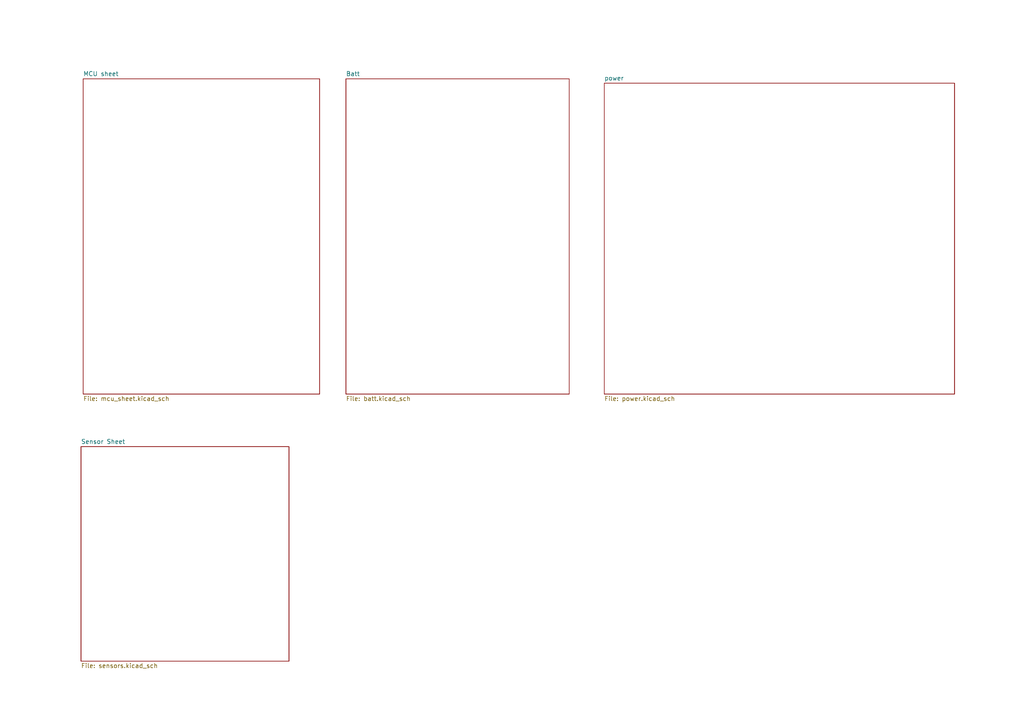
<source format=kicad_sch>
(kicad_sch (version 20211123) (generator eeschema)
  (paper "A4")
  (lib_symbols)
  (sheet (at 100.33 22.86) (size 64.77 91.44) (stroke (width 0.1524))
    (property "Sheet name" "Batt" (at 100.33 22.1484 0) (effects (justify left bottom)))
    (property "Sheet file" "batt.kicad_sch" (at 100.33 114.8846 0) (effects (justify left top)))
  )
  (sheet (at 23.495 129.54) (size 60.325 62.23) (stroke (width 0.1524))
    (property "Sheet name" "Sensor Sheet" (at 23.495 128.8284 0) (effects (justify left bottom)))
    (property "Sheet file" "sensors.kicad_sch" (at 23.495 192.3546 0) (effects (justify left top)))
  )
  (sheet (at 24.13 22.86) (size 68.58 91.44) (stroke (width 0.1524))
    (property "Sheet name" "MCU sheet" (at 24.13 22.1484 0) (effects (justify left bottom)))
    (property "Sheet file" "mcu_sheet.kicad_sch" (at 24.13 114.8846 0) (effects (justify left top)))
  )
  (sheet (at 175.26 24.13) (size 101.6 90.17) (stroke (width 0.1524))
    (property "Sheet name" "power" (at 175.26 23.4184 0) (effects (justify left bottom)))
    (property "Sheet file" "power.kicad_sch" (at 175.26 114.8846 0) (effects (justify left top)))
  )
)
</source>
